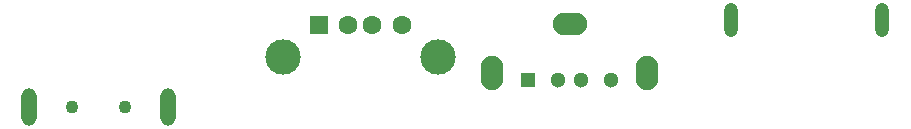
<source format=gbr>
%TF.GenerationSoftware,KiCad,Pcbnew,8.0.3*%
%TF.CreationDate,2024-09-04T14:48:35-07:00*%
%TF.ProjectId,Calculator,43616c63-756c-4617-946f-722e6b696361,rev?*%
%TF.SameCoordinates,Original*%
%TF.FileFunction,Soldermask,Bot*%
%TF.FilePolarity,Negative*%
%FSLAX46Y46*%
G04 Gerber Fmt 4.6, Leading zero omitted, Abs format (unit mm)*
G04 Created by KiCad (PCBNEW 8.0.3) date 2024-09-04 14:48:35*
%MOMM*%
%LPD*%
G01*
G04 APERTURE LIST*
%ADD10R,1.600000X1.600000*%
%ADD11C,1.600000*%
%ADD12C,3.000000*%
%ADD13R,1.300000X1.300000*%
%ADD14C,1.300000*%
%ADD15O,1.900000X2.900000*%
%ADD16O,2.900000X1.900000*%
%ADD17C,1.100000*%
%ADD18O,1.300000X3.200000*%
%ADD19O,1.200000X2.900000*%
G04 APERTURE END LIST*
D10*
%TO.C,R1*%
X67243000Y-96534000D03*
D11*
X69743000Y-96534000D03*
X71743000Y-96534000D03*
X74243000Y-96534000D03*
D12*
X64173000Y-99244000D03*
X77313000Y-99244000D03*
%TD*%
D13*
%TO.C,R2*%
X84963000Y-101254000D03*
D14*
X87463000Y-101254000D03*
X89463000Y-101254000D03*
X91963000Y-101254000D03*
D15*
X81893000Y-100654000D03*
D16*
X88463000Y-96474000D03*
D15*
X95033000Y-100654000D03*
%TD*%
D17*
%TO.C,R3*%
X46328000Y-103513000D03*
X50828000Y-103513000D03*
D18*
X42728000Y-103513000D03*
X54428000Y-103513000D03*
%TD*%
D19*
%TO.C,J1*%
X114921999Y-96148000D03*
X102122001Y-96148000D03*
%TD*%
M02*

</source>
